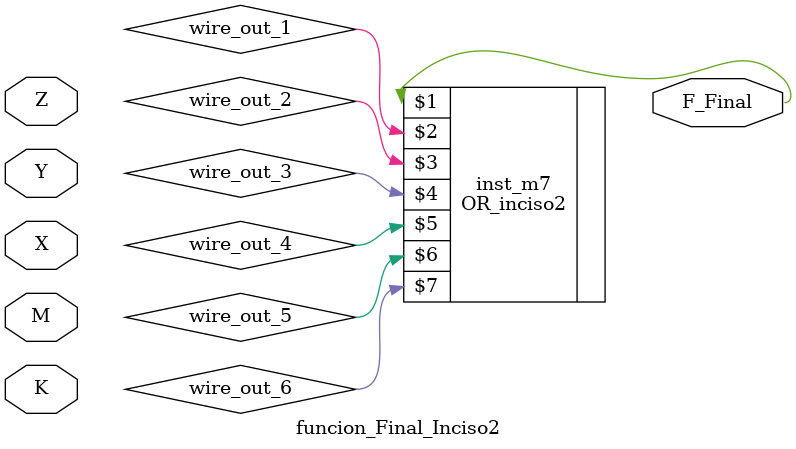
<source format=v>
`include "inversor.v"
`include "AND_inciso3.v"
`include "OR_inciso3.v"

module funcion_Final_Inciso2 (F_Final,X,Y,Z,K,M);
    output F_Final;
    input X,Y,Z,K,M;
    wire wire_out_1,wire_out_2,wire_out_3,wire_out_4,wire_out_5,wire_out_6;

   m1 inst_m1 (wire_out1, noX, Y, K, M);
   m2 inst_m2 (wire_out2,noX,noY,Z,noM);
   m3 inst_m3 (wire_out3,X,noY,K,noZ);
   m4 inst_m4 (wire_out4,noX,K,noZ);
   m5 inst_m5 (wire_out5,noY,noK);
   m6 inst_m6 (wire_out6,X,noZ,M);

   OR_inciso2 inst_m7 (F_Final,wire_out_1,wire_out_2,wire_out_3,wire_out_4,wire_out_5,wire_out_6);

endmodule


</source>
